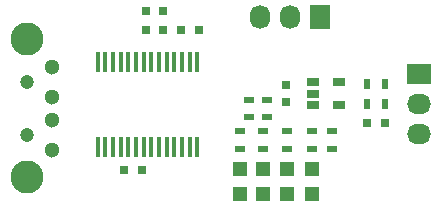
<source format=gts>
G04 #@! TF.FileFunction,Soldermask,Top*
%FSLAX46Y46*%
G04 Gerber Fmt 4.6, Leading zero omitted, Abs format (unit mm)*
G04 Created by KiCad (PCBNEW (2016-07-14 BZR 6980)-product) date Sunday, 23 April 2017 'PMt' 23:49:01*
%MOMM*%
%LPD*%
G01*
G04 APERTURE LIST*
%ADD10C,0.150000*%
%ADD11R,0.800000X0.750000*%
%ADD12R,0.750000X0.800000*%
%ADD13R,1.198880X1.198880*%
%ADD14R,1.727200X2.032000*%
%ADD15O,1.727200X2.032000*%
%ADD16R,0.500000X0.900000*%
%ADD17R,0.450000X1.750000*%
%ADD18R,1.060000X0.650000*%
%ADD19R,2.032000X1.727200*%
%ADD20O,2.032000X1.727200*%
%ADD21R,0.900000X0.500000*%
%ADD22C,1.300000*%
%ADD23C,2.800000*%
%ADD24C,1.200000*%
G04 APERTURE END LIST*
D10*
D11*
X165350000Y-82700000D03*
X163850000Y-82700000D03*
X162350000Y-82700000D03*
X160850000Y-82700000D03*
D12*
X172700000Y-87350000D03*
X172700000Y-88850000D03*
D11*
X181100000Y-90600000D03*
X179600000Y-90600000D03*
D13*
X168800000Y-94500000D03*
X168800000Y-96598040D03*
X170800000Y-94500000D03*
X170800000Y-96598040D03*
X172800000Y-94500000D03*
X172800000Y-96598040D03*
D14*
X175640000Y-81600000D03*
D15*
X173100000Y-81600000D03*
X170560000Y-81600000D03*
D16*
X181100000Y-89000000D03*
X179600000Y-89000000D03*
X179600000Y-87300000D03*
X181100000Y-87300000D03*
D17*
X156775000Y-92600000D03*
X157425000Y-92600000D03*
X158075000Y-92600000D03*
X158725000Y-92600000D03*
X159375000Y-92600000D03*
X160025000Y-92600000D03*
X160675000Y-92600000D03*
X161325000Y-92600000D03*
X161975000Y-92600000D03*
X162625000Y-92600000D03*
X163275000Y-92600000D03*
X163925000Y-92600000D03*
X164575000Y-92600000D03*
X165225000Y-92600000D03*
X165225000Y-85400000D03*
X164575000Y-85400000D03*
X163925000Y-85400000D03*
X163275000Y-85400000D03*
X162625000Y-85400000D03*
X161975000Y-85400000D03*
X161325000Y-85400000D03*
X160675000Y-85400000D03*
X160025000Y-85400000D03*
X159375000Y-85400000D03*
X158725000Y-85400000D03*
X158075000Y-85400000D03*
X157425000Y-85400000D03*
X156775000Y-85400000D03*
D18*
X175000000Y-87150000D03*
X175000000Y-88100000D03*
X175000000Y-89050000D03*
X177200000Y-89050000D03*
X177200000Y-87150000D03*
D19*
X184000000Y-86460000D03*
D20*
X184000000Y-89000000D03*
X184000000Y-91540000D03*
D13*
X174900000Y-94501960D03*
X174900000Y-96600000D03*
D11*
X159000000Y-94600000D03*
X160500000Y-94600000D03*
X162350000Y-81100000D03*
X160850000Y-81100000D03*
D21*
X171150000Y-88600000D03*
X171150000Y-90100000D03*
X169550000Y-88600000D03*
X169550000Y-90100000D03*
X168800000Y-91300000D03*
X168800000Y-92800000D03*
X170800000Y-91300000D03*
X170800000Y-92800000D03*
X172800000Y-91300000D03*
X172800000Y-92800000D03*
X174900000Y-91300000D03*
X174900000Y-92800000D03*
X176600000Y-91300000D03*
X176600000Y-92800000D03*
D22*
X152900000Y-88350000D03*
X152900000Y-90350000D03*
X152900000Y-92850000D03*
X152900000Y-85850000D03*
D23*
X150800000Y-83500000D03*
X150800000Y-95200000D03*
D24*
X150800000Y-87100000D03*
X150800000Y-91600000D03*
M02*

</source>
